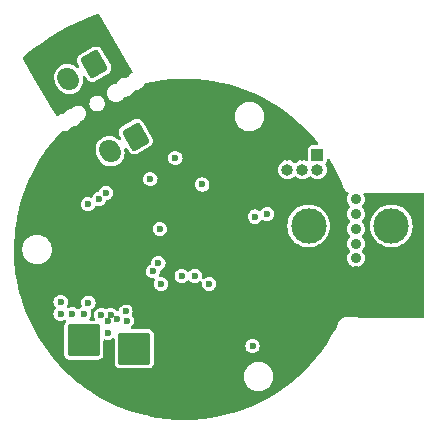
<source format=gbr>
%TF.GenerationSoftware,KiCad,Pcbnew,8.0.2*%
%TF.CreationDate,2024-10-23T20:02:11+03:00*%
%TF.ProjectId,PowerServo AE 36V 3.6A 30D,506f7765-7253-4657-9276-6f2041452033,rev?*%
%TF.SameCoordinates,Original*%
%TF.FileFunction,Copper,L2,Inr*%
%TF.FilePolarity,Positive*%
%FSLAX46Y46*%
G04 Gerber Fmt 4.6, Leading zero omitted, Abs format (unit mm)*
G04 Created by KiCad (PCBNEW 8.0.2) date 2024-10-23 20:02:11*
%MOMM*%
%LPD*%
G01*
G04 APERTURE LIST*
G04 Aperture macros list*
%AMRoundRect*
0 Rectangle with rounded corners*
0 $1 Rounding radius*
0 $2 $3 $4 $5 $6 $7 $8 $9 X,Y pos of 4 corners*
0 Add a 4 corners polygon primitive as box body*
4,1,4,$2,$3,$4,$5,$6,$7,$8,$9,$2,$3,0*
0 Add four circle primitives for the rounded corners*
1,1,$1+$1,$2,$3*
1,1,$1+$1,$4,$5*
1,1,$1+$1,$6,$7*
1,1,$1+$1,$8,$9*
0 Add four rect primitives between the rounded corners*
20,1,$1+$1,$2,$3,$4,$5,0*
20,1,$1+$1,$4,$5,$6,$7,0*
20,1,$1+$1,$6,$7,$8,$9,0*
20,1,$1+$1,$8,$9,$2,$3,0*%
%AMHorizOval*
0 Thick line with rounded ends*
0 $1 width*
0 $2 $3 position (X,Y) of the first rounded end (center of the circle)*
0 $4 $5 position (X,Y) of the second rounded end (center of the circle)*
0 Add line between two ends*
20,1,$1,$2,$3,$4,$5,0*
0 Add two circle primitives to create the rounded ends*
1,1,$1,$2,$3*
1,1,$1,$4,$5*%
G04 Aperture macros list end*
%TA.AperFunction,ComponentPad*%
%ADD10RoundRect,0.250000X-1.125000X-1.125000X1.125000X-1.125000X1.125000X1.125000X-1.125000X1.125000X0*%
%TD*%
%TA.AperFunction,ComponentPad*%
%ADD11R,3.000000X3.000000*%
%TD*%
%TA.AperFunction,ComponentPad*%
%ADD12C,3.000000*%
%TD*%
%TA.AperFunction,ComponentPad*%
%ADD13RoundRect,0.250000X0.144615X0.949519X-0.894615X0.349519X-0.144615X-0.949519X0.894615X-0.349519X0*%
%TD*%
%TA.AperFunction,ComponentPad*%
%ADD14HorizOval,1.700000X-0.075000X0.129904X0.075000X-0.129904X0*%
%TD*%
%TA.AperFunction,ComponentPad*%
%ADD15R,1.000000X1.000000*%
%TD*%
%TA.AperFunction,ComponentPad*%
%ADD16O,1.000000X1.000000*%
%TD*%
%TA.AperFunction,HeatsinkPad*%
%ADD17C,0.500000*%
%TD*%
%TA.AperFunction,ViaPad*%
%ADD18C,0.600000*%
%TD*%
%TA.AperFunction,ViaPad*%
%ADD19C,0.900000*%
%TD*%
G04 APERTURE END LIST*
D10*
%TO.N,Net-(IC1-OUT1)*%
%TO.C,J2*%
X89250000Y-81150000D03*
%TD*%
D11*
%TO.N,GND*%
%TO.C,J5*%
X110999999Y-75750000D03*
D12*
%TO.N,+12V*%
X110999999Y-70750000D03*
%TD*%
D13*
%TO.N,CAN_H*%
%TO.C,J6*%
X85832923Y-57063277D03*
D14*
%TO.N,CAN_L*%
X83667860Y-58313278D03*
%TD*%
D10*
%TO.N,Net-(IC1-OUT2)*%
%TO.C,J7*%
X84950000Y-80450000D03*
%TD*%
D13*
%TO.N,CAN_H*%
%TO.C,J1*%
X89354915Y-63188669D03*
D14*
%TO.N,CAN_L*%
X87189852Y-64438670D03*
%TD*%
D11*
%TO.N,GND*%
%TO.C,J4*%
X104000000Y-75750000D03*
D12*
%TO.N,+12V*%
X104000000Y-70750000D03*
%TD*%
D15*
%TO.N,+3V3*%
%TO.C,J3*%
X104750000Y-64729999D03*
D16*
%TO.N,SWDIO*%
X104750000Y-66000000D03*
%TO.N,GND*%
X103479999Y-64729999D03*
%TO.N,SWCLK*%
X103480002Y-65999998D03*
%TO.N,GND*%
X102209996Y-64729996D03*
%TO.N,NRST*%
X102210000Y-66000000D03*
%TD*%
D17*
%TO.N,GND*%
%TO.C,U2*%
X95612500Y-84200002D03*
X95612500Y-85300000D03*
%TD*%
%TO.N,GND*%
%TO.C,U1*%
X103175003Y-80250000D03*
X103175001Y-81280000D03*
X103175001Y-79219999D03*
%TD*%
D18*
%TO.N,GND*%
X113150000Y-77250000D03*
X113150000Y-76450000D03*
X113150000Y-75650000D03*
X113150000Y-74850000D03*
X103550000Y-78050000D03*
X102750000Y-82850000D03*
X102750000Y-78050000D03*
X102750000Y-62850000D03*
X101950000Y-83650000D03*
X101950000Y-82850000D03*
X101950000Y-78050000D03*
X101950000Y-62850000D03*
X101950000Y-62050000D03*
X101150000Y-62850000D03*
X101150000Y-62050000D03*
X101150000Y-61250000D03*
X98750000Y-85250000D03*
X97950000Y-59650000D03*
X97150000Y-62050000D03*
X97150000Y-61250000D03*
X97150000Y-60450000D03*
X97150000Y-59650000D03*
X96350000Y-61250000D03*
X96350000Y-60450000D03*
X96350000Y-59650000D03*
X95550000Y-61250000D03*
X95550000Y-60450000D03*
X95550000Y-59650000D03*
X94750000Y-61250000D03*
X94750000Y-60450000D03*
X94750000Y-59650000D03*
X93950000Y-60450000D03*
X93950000Y-59650000D03*
X93150000Y-86050000D03*
X93150000Y-59650000D03*
X92350000Y-86050000D03*
X92350000Y-59650000D03*
X91550000Y-86050000D03*
X91550000Y-59650000D03*
X90750000Y-86050000D03*
X90750000Y-60450000D03*
X90750000Y-59650000D03*
X89950000Y-86050000D03*
X89950000Y-60450000D03*
X89150000Y-60450000D03*
X87550000Y-85250000D03*
X87550000Y-56450000D03*
X86750000Y-66050000D03*
X86750000Y-54850000D03*
X85950000Y-66050000D03*
X85950000Y-54850000D03*
X85950000Y-54050000D03*
X85150000Y-66850000D03*
X85150000Y-66050000D03*
X85150000Y-65250000D03*
X85150000Y-64450000D03*
X85150000Y-63650000D03*
X85150000Y-62850000D03*
X85150000Y-54850000D03*
X85150000Y-54050000D03*
X84350000Y-66850000D03*
X84350000Y-66050000D03*
X84350000Y-65250000D03*
X84350000Y-64450000D03*
X84350000Y-63650000D03*
X84350000Y-55650000D03*
X84350000Y-54850000D03*
X83550000Y-66850000D03*
X83550000Y-66050000D03*
X83550000Y-65250000D03*
X83550000Y-64450000D03*
X83550000Y-63650000D03*
X83550000Y-56450000D03*
X83550000Y-55650000D03*
X83550000Y-54850000D03*
X82750000Y-67650000D03*
X82750000Y-66850000D03*
X82750000Y-66050000D03*
X82750000Y-65250000D03*
X82750000Y-64450000D03*
X82750000Y-60450000D03*
X82750000Y-56450000D03*
X82750000Y-55650000D03*
X81950000Y-68450000D03*
X81950000Y-67650000D03*
X81950000Y-66850000D03*
X81950000Y-66050000D03*
X81950000Y-65250000D03*
X81950000Y-58850000D03*
X81950000Y-58050000D03*
X81950000Y-57250000D03*
X81950000Y-56450000D03*
X81950000Y-55650000D03*
X81150000Y-69250000D03*
X81150000Y-68450000D03*
X81150000Y-67650000D03*
X81150000Y-66850000D03*
X81150000Y-57250000D03*
X81150000Y-56450000D03*
X80350000Y-69250000D03*
X80350000Y-68450000D03*
X86750000Y-72750000D03*
X81000000Y-75000000D03*
X93500000Y-72750000D03*
X93750000Y-83000000D03*
X85250000Y-73250000D03*
X81500000Y-71000000D03*
X80500000Y-74500000D03*
X95600000Y-70200000D03*
X84750000Y-71750000D03*
X86001524Y-84747615D03*
X88875000Y-68625000D03*
X90500000Y-84000000D03*
X106400000Y-67000000D03*
X80000000Y-75000000D03*
D19*
X108000000Y-77000000D03*
D18*
X92500000Y-82750000D03*
X93000000Y-72250000D03*
X98513712Y-65873000D03*
X93000000Y-73250000D03*
X93600000Y-70200000D03*
X88025000Y-77350000D03*
X80800000Y-78750000D03*
D19*
X108000000Y-75750000D03*
D18*
X105250000Y-78250000D03*
X86750000Y-73750000D03*
X84750000Y-72750000D03*
X85750000Y-73750000D03*
X81500000Y-74500000D03*
X84750000Y-83800000D03*
X95750000Y-78250000D03*
X80000000Y-71000000D03*
X85750000Y-72750000D03*
X97916644Y-64566644D03*
X86250000Y-72250000D03*
X85250000Y-72250000D03*
X80500000Y-75500000D03*
X91600000Y-70000000D03*
X86250000Y-73250000D03*
X97210000Y-69170000D03*
X94000000Y-72250000D03*
X94600000Y-70200000D03*
X87250000Y-72250000D03*
X101681644Y-68181644D03*
D19*
X108000000Y-74600003D03*
D18*
X87250000Y-73250000D03*
D19*
X108000000Y-78000000D03*
D18*
X94000000Y-73250000D03*
X100127000Y-79250000D03*
X89750000Y-66500000D03*
X90750000Y-65750000D03*
X84750000Y-73750000D03*
%TO.N,+3V3*%
X86841562Y-67961430D03*
X91400000Y-71000000D03*
X92717111Y-65008888D03*
D19*
%TO.N,+12V*%
X108000000Y-72250000D03*
X108000000Y-73500000D03*
X108000000Y-68500000D03*
X108000000Y-71000000D03*
X108000000Y-69750000D03*
D18*
%TO.N,RP_RX*%
X95580000Y-75650000D03*
%TO.N,RP_TX*%
X99439193Y-69969597D03*
%TO.N,ISEN*%
X88500000Y-78000000D03*
X85350000Y-77254000D03*
%TO.N,Net-(IC1-OUT2)*%
X83000000Y-78200000D03*
X85000000Y-78200000D03*
X84000000Y-78200000D03*
X83000000Y-77200000D03*
%TO.N,Net-(IC1-OUT1)*%
X86450000Y-78300000D03*
X88600000Y-78800000D03*
X87800000Y-78600000D03*
X87000000Y-78800000D03*
X87225000Y-78300000D03*
X87000000Y-79800000D03*
%TO.N,MOSI*%
X91518759Y-75675000D03*
%TO.N,+5V*%
X99250000Y-80950000D03*
X100500000Y-69750000D03*
%TO.N,CAN_SILENT*%
X95000000Y-67250000D03*
%TO.N,NRST*%
X90600000Y-66798307D03*
X90800000Y-74600000D03*
%TO.N,DRV_IN2*%
X85325000Y-68925000D03*
%TO.N,MISO*%
X93250000Y-75000000D03*
%TO.N,MAG_CS*%
X94368144Y-74995144D03*
%TO.N,SCK*%
X91278070Y-73921235D03*
%TO.N,DRV_IN1*%
X86250000Y-68500000D03*
%TD*%
%TA.AperFunction,Conductor*%
%TO.N,GND*%
G36*
X86261880Y-52827386D02*
G01*
X86280409Y-52851640D01*
X89075223Y-57632700D01*
X89078538Y-57638370D01*
X89095377Y-57706180D01*
X89072881Y-57772330D01*
X89022892Y-57812079D01*
X89023481Y-57813301D01*
X89017210Y-57816320D01*
X88873327Y-57906728D01*
X88753175Y-58026880D01*
X88753173Y-58026883D01*
X88679567Y-58144025D01*
X88627232Y-58190316D01*
X88560692Y-58201272D01*
X88500000Y-58194435D01*
X88499998Y-58194435D01*
X88499996Y-58194435D01*
X88320750Y-58214630D01*
X88320745Y-58214631D01*
X88150476Y-58274211D01*
X87997737Y-58370184D01*
X87870184Y-58497737D01*
X87774212Y-58650475D01*
X87774211Y-58650478D01*
X87771536Y-58658122D01*
X87730812Y-58714897D01*
X87668380Y-58740383D01*
X87521392Y-58756944D01*
X87360294Y-58813314D01*
X87215782Y-58904117D01*
X87095101Y-59024798D01*
X87004298Y-59169310D01*
X86947928Y-59330408D01*
X86928821Y-59499996D01*
X86928821Y-59500003D01*
X86947928Y-59669591D01*
X87004298Y-59830689D01*
X87022920Y-59860326D01*
X87095101Y-59975201D01*
X87215783Y-60095883D01*
X87360294Y-60186685D01*
X87521387Y-60243054D01*
X87521390Y-60243054D01*
X87521392Y-60243055D01*
X87690980Y-60262163D01*
X87690984Y-60262163D01*
X87690988Y-60262163D01*
X87860575Y-60243055D01*
X87860576Y-60243054D01*
X87860581Y-60243054D01*
X88021674Y-60186685D01*
X88166185Y-60095883D01*
X88286867Y-59975201D01*
X88359048Y-59860324D01*
X88411381Y-59814034D01*
X88477924Y-59803077D01*
X88500000Y-59805565D01*
X88620351Y-59792004D01*
X88679249Y-59785369D01*
X88679252Y-59785368D01*
X88679255Y-59785368D01*
X88849522Y-59725789D01*
X89002262Y-59629816D01*
X89129816Y-59502262D01*
X89225789Y-59349522D01*
X89228465Y-59341871D01*
X89269185Y-59285096D01*
X89334137Y-59259347D01*
X89345508Y-59258824D01*
X89346451Y-59258824D01*
X89515292Y-59239800D01*
X89515291Y-59239800D01*
X89515301Y-59239799D01*
X89675688Y-59183677D01*
X89675687Y-59183677D01*
X89675691Y-59183676D01*
X89819560Y-59093276D01*
X89819561Y-59093275D01*
X89819566Y-59093272D01*
X89939719Y-58973119D01*
X89939723Y-58973113D01*
X90030123Y-58829244D01*
X90053455Y-58762564D01*
X90094176Y-58705788D01*
X90144517Y-58682270D01*
X90832923Y-58534789D01*
X90839182Y-58533616D01*
X91569685Y-58416144D01*
X91575975Y-58415298D01*
X92311627Y-58335655D01*
X92317928Y-58335137D01*
X93056660Y-58293549D01*
X93063040Y-58293355D01*
X93802955Y-58289925D01*
X93809293Y-58290060D01*
X94548383Y-58324799D01*
X94554720Y-58325261D01*
X95291047Y-58398077D01*
X95297356Y-58398866D01*
X95905136Y-58490832D01*
X96028911Y-58509561D01*
X96035210Y-58510681D01*
X96141036Y-58532328D01*
X96760085Y-58658961D01*
X96766271Y-58660393D01*
X97482567Y-58845875D01*
X97488681Y-58847628D01*
X98194444Y-59069806D01*
X98200447Y-59071867D01*
X98893818Y-59330154D01*
X98899743Y-59332538D01*
X99578814Y-59626223D01*
X99584618Y-59628913D01*
X100247655Y-59957242D01*
X100253305Y-59960223D01*
X100898540Y-60322324D01*
X100904003Y-60325578D01*
X101385809Y-60629662D01*
X101529705Y-60720480D01*
X101535026Y-60724034D01*
X101732893Y-60863687D01*
X102108953Y-61129107D01*
X102139498Y-61150665D01*
X102144623Y-61154484D01*
X102262270Y-61246966D01*
X102726287Y-61611727D01*
X102731213Y-61615809D01*
X103288522Y-62102449D01*
X103293231Y-62106780D01*
X103824695Y-62621517D01*
X103829170Y-62626080D01*
X104333385Y-63167553D01*
X104337614Y-63172337D01*
X104802060Y-63725789D01*
X104830076Y-63789796D01*
X104819039Y-63858788D01*
X104772455Y-63910862D01*
X104707074Y-63929499D01*
X104205143Y-63929499D01*
X104205117Y-63929501D01*
X104180012Y-63932412D01*
X104180008Y-63932414D01*
X104077235Y-63977792D01*
X103997794Y-64057233D01*
X103952415Y-64160005D01*
X103952415Y-64160007D01*
X103949500Y-64185130D01*
X103949500Y-65141428D01*
X103929815Y-65208467D01*
X103877011Y-65254222D01*
X103807853Y-65264166D01*
X103784546Y-65258470D01*
X103659259Y-65214630D01*
X103659251Y-65214628D01*
X103480006Y-65194433D01*
X103479998Y-65194433D01*
X103300752Y-65214628D01*
X103300747Y-65214629D01*
X103130478Y-65274209D01*
X102977739Y-65370182D01*
X102977738Y-65370183D01*
X102932678Y-65415242D01*
X102871355Y-65448726D01*
X102801663Y-65443740D01*
X102757318Y-65415240D01*
X102712262Y-65370184D01*
X102559523Y-65274211D01*
X102389254Y-65214631D01*
X102389249Y-65214630D01*
X102210004Y-65194435D01*
X102209996Y-65194435D01*
X102030750Y-65214630D01*
X102030745Y-65214631D01*
X101860476Y-65274211D01*
X101707737Y-65370184D01*
X101580184Y-65497737D01*
X101484211Y-65650476D01*
X101424631Y-65820745D01*
X101424630Y-65820750D01*
X101404435Y-65999996D01*
X101404435Y-66000003D01*
X101424630Y-66179249D01*
X101424631Y-66179254D01*
X101484211Y-66349523D01*
X101574998Y-66494009D01*
X101580184Y-66502262D01*
X101707738Y-66629816D01*
X101763663Y-66664956D01*
X101860474Y-66725787D01*
X101860478Y-66725789D01*
X102030739Y-66785366D01*
X102030745Y-66785368D01*
X102030750Y-66785369D01*
X102209996Y-66805565D01*
X102210000Y-66805565D01*
X102210004Y-66805565D01*
X102389249Y-66785369D01*
X102389252Y-66785368D01*
X102389255Y-66785368D01*
X102559522Y-66725789D01*
X102712262Y-66629816D01*
X102757321Y-66584757D01*
X102818644Y-66551272D01*
X102888336Y-66556256D01*
X102932683Y-66584757D01*
X102977740Y-66629814D01*
X103130480Y-66725787D01*
X103300747Y-66785366D01*
X103300752Y-66785367D01*
X103479998Y-66805563D01*
X103480002Y-66805563D01*
X103480006Y-66805563D01*
X103659251Y-66785367D01*
X103659254Y-66785366D01*
X103659257Y-66785366D01*
X103829524Y-66725787D01*
X103982264Y-66629814D01*
X104027319Y-66584758D01*
X104088640Y-66551274D01*
X104158331Y-66556258D01*
X104202679Y-66584758D01*
X104247735Y-66629813D01*
X104247738Y-66629816D01*
X104303663Y-66664956D01*
X104400474Y-66725787D01*
X104400478Y-66725789D01*
X104570739Y-66785366D01*
X104570745Y-66785368D01*
X104570750Y-66785369D01*
X104749996Y-66805565D01*
X104750000Y-66805565D01*
X104750004Y-66805565D01*
X104929249Y-66785369D01*
X104929252Y-66785368D01*
X104929255Y-66785368D01*
X105099522Y-66725789D01*
X105252262Y-66629816D01*
X105379816Y-66502262D01*
X105475789Y-66349522D01*
X105535368Y-66179255D01*
X105555565Y-66000000D01*
X105535368Y-65820745D01*
X105475789Y-65650478D01*
X105453226Y-65614570D01*
X105443006Y-65598304D01*
X105424006Y-65531068D01*
X105444374Y-65464232D01*
X105460319Y-65444651D01*
X105467801Y-65437169D01*
X105502206Y-65402764D01*
X105547585Y-65299990D01*
X105550500Y-65274864D01*
X105550499Y-65180720D01*
X105570183Y-65113684D01*
X105622986Y-65067928D01*
X105692145Y-65057984D01*
X105755701Y-65087008D01*
X105780639Y-65116611D01*
X105929446Y-65362972D01*
X106062214Y-65582779D01*
X106067330Y-65591248D01*
X106070492Y-65596802D01*
X106143048Y-65732253D01*
X106419858Y-66249019D01*
X106422732Y-66254735D01*
X106737978Y-66924072D01*
X106740554Y-66929929D01*
X107011450Y-67591662D01*
X107016469Y-67606546D01*
X107023607Y-67633188D01*
X107023608Y-67633189D01*
X107031388Y-67646664D01*
X107039931Y-67664660D01*
X107045454Y-67679211D01*
X107045455Y-67679213D01*
X107065531Y-67707064D01*
X107072329Y-67717574D01*
X107089498Y-67747312D01*
X107089500Y-67747315D01*
X107100500Y-67758315D01*
X107113405Y-67773482D01*
X107122512Y-67786115D01*
X107145249Y-67804669D01*
X107149116Y-67807824D01*
X107158392Y-67816207D01*
X107182685Y-67840500D01*
X107196164Y-67848282D01*
X107212558Y-67859594D01*
X107224616Y-67869434D01*
X107255932Y-67883518D01*
X107267058Y-67889213D01*
X107296813Y-67906392D01*
X107296940Y-67906426D01*
X107296984Y-67906438D01*
X107297112Y-67906516D01*
X107304325Y-67909504D01*
X107303859Y-67910628D01*
X107356646Y-67942801D01*
X107387177Y-68005647D01*
X107378885Y-68075023D01*
X107369889Y-68092186D01*
X107319545Y-68172307D01*
X107263685Y-68331943D01*
X107244751Y-68499997D01*
X107244751Y-68500002D01*
X107263685Y-68668056D01*
X107319545Y-68827694D01*
X107319547Y-68827697D01*
X107409518Y-68970884D01*
X107409523Y-68970890D01*
X107475952Y-69037319D01*
X107509437Y-69098642D01*
X107504453Y-69168334D01*
X107475952Y-69212681D01*
X107409523Y-69279109D01*
X107409518Y-69279115D01*
X107319547Y-69422302D01*
X107319545Y-69422305D01*
X107263685Y-69581943D01*
X107244751Y-69749997D01*
X107244751Y-69750002D01*
X107263685Y-69918056D01*
X107319545Y-70077694D01*
X107319547Y-70077697D01*
X107409518Y-70220884D01*
X107409523Y-70220890D01*
X107475952Y-70287319D01*
X107509437Y-70348642D01*
X107504453Y-70418334D01*
X107475952Y-70462681D01*
X107409523Y-70529109D01*
X107409518Y-70529115D01*
X107319547Y-70672302D01*
X107319545Y-70672305D01*
X107263685Y-70831943D01*
X107244751Y-70999997D01*
X107244751Y-71000002D01*
X107263685Y-71168056D01*
X107319545Y-71327694D01*
X107319547Y-71327697D01*
X107409518Y-71470884D01*
X107409523Y-71470890D01*
X107475952Y-71537319D01*
X107509437Y-71598642D01*
X107504453Y-71668334D01*
X107475952Y-71712681D01*
X107409523Y-71779109D01*
X107409518Y-71779115D01*
X107319547Y-71922302D01*
X107319545Y-71922305D01*
X107263685Y-72081943D01*
X107244751Y-72249997D01*
X107244751Y-72250002D01*
X107263685Y-72418056D01*
X107319545Y-72577694D01*
X107319547Y-72577697D01*
X107409518Y-72720884D01*
X107409523Y-72720890D01*
X107475952Y-72787319D01*
X107509437Y-72848642D01*
X107504453Y-72918334D01*
X107475952Y-72962681D01*
X107409523Y-73029109D01*
X107409518Y-73029115D01*
X107319547Y-73172302D01*
X107319545Y-73172305D01*
X107263685Y-73331943D01*
X107244751Y-73499997D01*
X107244751Y-73500002D01*
X107263685Y-73668056D01*
X107319545Y-73827694D01*
X107319547Y-73827697D01*
X107409518Y-73970884D01*
X107409523Y-73970890D01*
X107529109Y-74090476D01*
X107529115Y-74090481D01*
X107672302Y-74180452D01*
X107672305Y-74180454D01*
X107672309Y-74180455D01*
X107672310Y-74180456D01*
X107744913Y-74205860D01*
X107831943Y-74236314D01*
X107999997Y-74255249D01*
X108000000Y-74255249D01*
X108000003Y-74255249D01*
X108168056Y-74236314D01*
X108168059Y-74236313D01*
X108327690Y-74180456D01*
X108327692Y-74180454D01*
X108327694Y-74180454D01*
X108327697Y-74180452D01*
X108470884Y-74090481D01*
X108470885Y-74090480D01*
X108470890Y-74090477D01*
X108590477Y-73970890D01*
X108616615Y-73929292D01*
X108680452Y-73827697D01*
X108680454Y-73827694D01*
X108680454Y-73827692D01*
X108680456Y-73827690D01*
X108736313Y-73668059D01*
X108736313Y-73668058D01*
X108736314Y-73668056D01*
X108755249Y-73500002D01*
X108755249Y-73499997D01*
X108736314Y-73331943D01*
X108680454Y-73172305D01*
X108680452Y-73172302D01*
X108590481Y-73029115D01*
X108590476Y-73029109D01*
X108524048Y-72962681D01*
X108490563Y-72901358D01*
X108495547Y-72831666D01*
X108524048Y-72787319D01*
X108590477Y-72720890D01*
X108634026Y-72651583D01*
X108680452Y-72577697D01*
X108680454Y-72577694D01*
X108680454Y-72577692D01*
X108680456Y-72577690D01*
X108736313Y-72418059D01*
X108736313Y-72418058D01*
X108736314Y-72418056D01*
X108755249Y-72250002D01*
X108755249Y-72249997D01*
X108736314Y-72081943D01*
X108685020Y-71935354D01*
X108680456Y-71922310D01*
X108680455Y-71922309D01*
X108680454Y-71922305D01*
X108680452Y-71922302D01*
X108590481Y-71779115D01*
X108590476Y-71779109D01*
X108524048Y-71712681D01*
X108490563Y-71651358D01*
X108495547Y-71581666D01*
X108524048Y-71537319D01*
X108536831Y-71524536D01*
X108590477Y-71470890D01*
X108680452Y-71327697D01*
X108680454Y-71327694D01*
X108680454Y-71327692D01*
X108680456Y-71327690D01*
X108736313Y-71168059D01*
X108736313Y-71168058D01*
X108736314Y-71168056D01*
X108755249Y-71000002D01*
X108755249Y-70999997D01*
X108736314Y-70831943D01*
X108707639Y-70749995D01*
X109194450Y-70749995D01*
X109194450Y-70750004D01*
X109214615Y-71019101D01*
X109274663Y-71282188D01*
X109274665Y-71282195D01*
X109372733Y-71532067D01*
X109373256Y-71533398D01*
X109508184Y-71767102D01*
X109631952Y-71922302D01*
X109676441Y-71978089D01*
X109788368Y-72081941D01*
X109874258Y-72161635D01*
X110097225Y-72313651D01*
X110340358Y-72430738D01*
X110598227Y-72510280D01*
X110598228Y-72510280D01*
X110598231Y-72510281D01*
X110865062Y-72550499D01*
X110865067Y-72550499D01*
X110865070Y-72550500D01*
X110865071Y-72550500D01*
X111134927Y-72550500D01*
X111134928Y-72550500D01*
X111134935Y-72550499D01*
X111401766Y-72510281D01*
X111401767Y-72510280D01*
X111401771Y-72510280D01*
X111659640Y-72430738D01*
X111902774Y-72313651D01*
X112125740Y-72161635D01*
X112323560Y-71978085D01*
X112491814Y-71767102D01*
X112626742Y-71533398D01*
X112725333Y-71282195D01*
X112785382Y-71019103D01*
X112798561Y-70843237D01*
X112805548Y-70750004D01*
X112805548Y-70749995D01*
X112785382Y-70480898D01*
X112784142Y-70475464D01*
X112725333Y-70217805D01*
X112626742Y-69966602D01*
X112491814Y-69732898D01*
X112323560Y-69521915D01*
X112323559Y-69521914D01*
X112323556Y-69521910D01*
X112125740Y-69338365D01*
X112038829Y-69279110D01*
X111902774Y-69186349D01*
X111902768Y-69186346D01*
X111902767Y-69186345D01*
X111902766Y-69186344D01*
X111659642Y-69069263D01*
X111659644Y-69069263D01*
X111401772Y-68989720D01*
X111401766Y-68989718D01*
X111134935Y-68949500D01*
X111134928Y-68949500D01*
X110865070Y-68949500D01*
X110865062Y-68949500D01*
X110598231Y-68989718D01*
X110598225Y-68989720D01*
X110340357Y-69069262D01*
X110097229Y-69186346D01*
X109874257Y-69338365D01*
X109676441Y-69521910D01*
X109508184Y-69732898D01*
X109373257Y-69966599D01*
X109373255Y-69966603D01*
X109274665Y-70217804D01*
X109274663Y-70217811D01*
X109214615Y-70480898D01*
X109194450Y-70749995D01*
X108707639Y-70749995D01*
X108680454Y-70672305D01*
X108680452Y-70672302D01*
X108590481Y-70529115D01*
X108590476Y-70529109D01*
X108524048Y-70462681D01*
X108490563Y-70401358D01*
X108495547Y-70331666D01*
X108524048Y-70287319D01*
X108545378Y-70265989D01*
X108590477Y-70220890D01*
X108592412Y-70217811D01*
X108680452Y-70077697D01*
X108680454Y-70077694D01*
X108680454Y-70077692D01*
X108680456Y-70077690D01*
X108736313Y-69918059D01*
X108736313Y-69918058D01*
X108736314Y-69918056D01*
X108755249Y-69750002D01*
X108755249Y-69749997D01*
X108736314Y-69581943D01*
X108701956Y-69483755D01*
X108680456Y-69422310D01*
X108680455Y-69422309D01*
X108680454Y-69422305D01*
X108680452Y-69422302D01*
X108590481Y-69279115D01*
X108590476Y-69279109D01*
X108524048Y-69212681D01*
X108490563Y-69151358D01*
X108495547Y-69081666D01*
X108524048Y-69037319D01*
X108536831Y-69024536D01*
X108590477Y-68970890D01*
X108590481Y-68970884D01*
X108680452Y-68827697D01*
X108680454Y-68827694D01*
X108680454Y-68827692D01*
X108680456Y-68827690D01*
X108736313Y-68668059D01*
X108736313Y-68668058D01*
X108736314Y-68668056D01*
X108755249Y-68500002D01*
X108755249Y-68499997D01*
X108736314Y-68331943D01*
X108689151Y-68197159D01*
X108680456Y-68172310D01*
X108680454Y-68172307D01*
X108680454Y-68172306D01*
X108654168Y-68130473D01*
X108635167Y-68063237D01*
X108655534Y-67996401D01*
X108708801Y-67951187D01*
X108759161Y-67940500D01*
X113664961Y-67940500D01*
X113732000Y-67960185D01*
X113777755Y-68012989D01*
X113788961Y-68064607D01*
X113780107Y-78336029D01*
X113780038Y-78415607D01*
X113760296Y-78482629D01*
X113707452Y-78528339D01*
X113656038Y-78539500D01*
X109205458Y-78539500D01*
X109203289Y-78539481D01*
X107135820Y-78503316D01*
X107117045Y-78501553D01*
X107099047Y-78498468D01*
X107099036Y-78498468D01*
X107067519Y-78501378D01*
X107053953Y-78501884D01*
X107022320Y-78501331D01*
X107022314Y-78501331D01*
X107004586Y-78505750D01*
X106986006Y-78508904D01*
X106967819Y-78510584D01*
X106967811Y-78510585D01*
X106938126Y-78521552D01*
X106925154Y-78525552D01*
X106894446Y-78533207D01*
X106894441Y-78533210D01*
X106878465Y-78542064D01*
X106861336Y-78549920D01*
X106844196Y-78556253D01*
X106844195Y-78556253D01*
X106818354Y-78574532D01*
X106806865Y-78581749D01*
X106779183Y-78597093D01*
X106766041Y-78609783D01*
X106751528Y-78621804D01*
X106736610Y-78632357D01*
X106716380Y-78656702D01*
X106707151Y-78666646D01*
X106684380Y-78688635D01*
X106684377Y-78688639D01*
X106674970Y-78704294D01*
X106664062Y-78719665D01*
X106652386Y-78733717D01*
X106652383Y-78733721D01*
X106639142Y-78762474D01*
X106632802Y-78774468D01*
X106616503Y-78801592D01*
X106613450Y-78812239D01*
X106605509Y-78832810D01*
X106296034Y-79461550D01*
X106293052Y-79467233D01*
X105931718Y-80114493D01*
X105928447Y-80120013D01*
X105534096Y-80747744D01*
X105530543Y-80753087D01*
X105104256Y-81359567D01*
X105100431Y-81364719D01*
X104643362Y-81948307D01*
X104639277Y-81953255D01*
X104152598Y-82512457D01*
X104148261Y-82517187D01*
X103633325Y-83050442D01*
X103628750Y-83054941D01*
X103086907Y-83560856D01*
X103082105Y-83565112D01*
X102514821Y-84042316D01*
X102509805Y-84046318D01*
X101918611Y-84493525D01*
X101913395Y-84497263D01*
X101299831Y-84913306D01*
X101294429Y-84916768D01*
X100660192Y-85300499D01*
X100654618Y-85303678D01*
X100001343Y-85654105D01*
X99995612Y-85656990D01*
X99325125Y-85973135D01*
X99319252Y-85975721D01*
X98633282Y-86256768D01*
X98627284Y-86259046D01*
X97927701Y-86504230D01*
X97921592Y-86506195D01*
X97210260Y-86714862D01*
X97204058Y-86716508D01*
X96482905Y-86888093D01*
X96476626Y-86889417D01*
X95747520Y-87023474D01*
X95741182Y-87024470D01*
X95006162Y-87120625D01*
X94999780Y-87121293D01*
X94260731Y-87179300D01*
X94254323Y-87179636D01*
X93513300Y-87199332D01*
X93506883Y-87199337D01*
X92765794Y-87180674D01*
X92759386Y-87180346D01*
X92020296Y-87123373D01*
X92013913Y-87122715D01*
X91278726Y-87027582D01*
X91272386Y-87026594D01*
X90543113Y-86893557D01*
X90536832Y-86892242D01*
X89815440Y-86721664D01*
X89809236Y-86720027D01*
X89097594Y-86512348D01*
X89091483Y-86510391D01*
X88391570Y-86266189D01*
X88385575Y-86263921D01*
X88206082Y-86190674D01*
X87699218Y-85983832D01*
X87693342Y-85981255D01*
X87022389Y-85666035D01*
X87016654Y-85663157D01*
X86999722Y-85654105D01*
X86362926Y-85313661D01*
X86357350Y-85310493D01*
X85722543Y-84927627D01*
X85717143Y-84924175D01*
X85103000Y-84508987D01*
X85097779Y-84505257D01*
X84633941Y-84155405D01*
X84505945Y-84058863D01*
X84500972Y-84054907D01*
X83932988Y-83578467D01*
X83928192Y-83574227D01*
X83742763Y-83401577D01*
X98499500Y-83401577D01*
X98499500Y-83598422D01*
X98530290Y-83792826D01*
X98591117Y-83980029D01*
X98656651Y-84108646D01*
X98680476Y-84155405D01*
X98796172Y-84314646D01*
X98935354Y-84453828D01*
X99094595Y-84569524D01*
X99177455Y-84611743D01*
X99269970Y-84658882D01*
X99269972Y-84658882D01*
X99269975Y-84658884D01*
X99370317Y-84691487D01*
X99457173Y-84719709D01*
X99651578Y-84750500D01*
X99651583Y-84750500D01*
X99848422Y-84750500D01*
X100042826Y-84719709D01*
X100230025Y-84658884D01*
X100405405Y-84569524D01*
X100564646Y-84453828D01*
X100703828Y-84314646D01*
X100819524Y-84155405D01*
X100908884Y-83980025D01*
X100969709Y-83792826D01*
X101000500Y-83598422D01*
X101000500Y-83401577D01*
X100969709Y-83207173D01*
X100908882Y-83019970D01*
X100819523Y-82844594D01*
X100703828Y-82685354D01*
X100564646Y-82546172D01*
X100405405Y-82430476D01*
X100358469Y-82406561D01*
X100230029Y-82341117D01*
X100042826Y-82280290D01*
X99848422Y-82249500D01*
X99848417Y-82249500D01*
X99651583Y-82249500D01*
X99651578Y-82249500D01*
X99457173Y-82280290D01*
X99269970Y-82341117D01*
X99094594Y-82430476D01*
X99003741Y-82496485D01*
X98935354Y-82546172D01*
X98935352Y-82546174D01*
X98935351Y-82546174D01*
X98796174Y-82685351D01*
X98796174Y-82685352D01*
X98796172Y-82685354D01*
X98746485Y-82753741D01*
X98680476Y-82844594D01*
X98591117Y-83019970D01*
X98530290Y-83207173D01*
X98499500Y-83401577D01*
X83742763Y-83401577D01*
X83385643Y-83069069D01*
X83381061Y-83064576D01*
X83085507Y-82759360D01*
X82865370Y-82532027D01*
X82861030Y-82527306D01*
X82373584Y-81968800D01*
X82369496Y-81963864D01*
X82359272Y-81950848D01*
X82097910Y-81618096D01*
X81911588Y-81380881D01*
X81907757Y-81375734D01*
X81480641Y-80769875D01*
X81477080Y-80764537D01*
X81237936Y-80385043D01*
X81081843Y-80137341D01*
X81078586Y-80131862D01*
X80716327Y-79485067D01*
X80713343Y-79479400D01*
X80710474Y-79473591D01*
X80385031Y-78814735D01*
X80382357Y-78808950D01*
X80088863Y-78128180D01*
X80086490Y-78122259D01*
X79828606Y-77427220D01*
X79826531Y-77421149D01*
X79806363Y-77356760D01*
X79757262Y-77199998D01*
X82394318Y-77199998D01*
X82394318Y-77200001D01*
X82414955Y-77356760D01*
X82414956Y-77356762D01*
X82475464Y-77502842D01*
X82568826Y-77624514D01*
X82594020Y-77689683D01*
X82579981Y-77758128D01*
X82568826Y-77775486D01*
X82475464Y-77897157D01*
X82414956Y-78043237D01*
X82414955Y-78043239D01*
X82394318Y-78199998D01*
X82394318Y-78200001D01*
X82414955Y-78356760D01*
X82414956Y-78356762D01*
X82475067Y-78501884D01*
X82475464Y-78502841D01*
X82571718Y-78628282D01*
X82697159Y-78724536D01*
X82843238Y-78785044D01*
X82921619Y-78795363D01*
X82999999Y-78805682D01*
X83000000Y-78805682D01*
X83000001Y-78805682D01*
X83052254Y-78798802D01*
X83156762Y-78785044D01*
X83301822Y-78724957D01*
X83371289Y-78717489D01*
X83433768Y-78748764D01*
X83469421Y-78808853D01*
X83466928Y-78878678D01*
X83436958Y-78927196D01*
X83432080Y-78932073D01*
X83340639Y-79052656D01*
X83285122Y-79193438D01*
X83280327Y-79233376D01*
X83274500Y-79281898D01*
X83274500Y-81618102D01*
X83280126Y-81664954D01*
X83285122Y-81706561D01*
X83340639Y-81847343D01*
X83432077Y-81967922D01*
X83552656Y-82059360D01*
X83552657Y-82059360D01*
X83552658Y-82059361D01*
X83693436Y-82114877D01*
X83781898Y-82125500D01*
X83781903Y-82125500D01*
X86118097Y-82125500D01*
X86118102Y-82125500D01*
X86206564Y-82114877D01*
X86347342Y-82059361D01*
X86467922Y-81967922D01*
X86559361Y-81847342D01*
X86614877Y-81706564D01*
X86625500Y-81618102D01*
X86625500Y-80480432D01*
X86645185Y-80413393D01*
X86697989Y-80367638D01*
X86767147Y-80357694D01*
X86796950Y-80365871D01*
X86843238Y-80385044D01*
X86921619Y-80395363D01*
X86999999Y-80405682D01*
X87000000Y-80405682D01*
X87000001Y-80405682D01*
X87052254Y-80398802D01*
X87156762Y-80385044D01*
X87302841Y-80324536D01*
X87375014Y-80269155D01*
X87440182Y-80243961D01*
X87508627Y-80257999D01*
X87558617Y-80306812D01*
X87574500Y-80367531D01*
X87574500Y-82318102D01*
X87577264Y-82341116D01*
X87585122Y-82406561D01*
X87640639Y-82547343D01*
X87732077Y-82667922D01*
X87852656Y-82759360D01*
X87852657Y-82759360D01*
X87852658Y-82759361D01*
X87993436Y-82814877D01*
X88081898Y-82825500D01*
X88081903Y-82825500D01*
X90418097Y-82825500D01*
X90418102Y-82825500D01*
X90506564Y-82814877D01*
X90647342Y-82759361D01*
X90767922Y-82667922D01*
X90859361Y-82547342D01*
X90914877Y-82406564D01*
X90925500Y-82318102D01*
X90925500Y-80949998D01*
X98644318Y-80949998D01*
X98644318Y-80950001D01*
X98664955Y-81106760D01*
X98664956Y-81106762D01*
X98725464Y-81252841D01*
X98821718Y-81378282D01*
X98947159Y-81474536D01*
X99093238Y-81535044D01*
X99171619Y-81545363D01*
X99249999Y-81555682D01*
X99250000Y-81555682D01*
X99250001Y-81555682D01*
X99302254Y-81548802D01*
X99406762Y-81535044D01*
X99552841Y-81474536D01*
X99678282Y-81378282D01*
X99774536Y-81252841D01*
X99835044Y-81106762D01*
X99855682Y-80950000D01*
X99835044Y-80793238D01*
X99774536Y-80647159D01*
X99678282Y-80521718D01*
X99552841Y-80425464D01*
X99406762Y-80364956D01*
X99406760Y-80364955D01*
X99250001Y-80344318D01*
X99249999Y-80344318D01*
X99093239Y-80364955D01*
X99093237Y-80364956D01*
X98947160Y-80425463D01*
X98821718Y-80521718D01*
X98725463Y-80647160D01*
X98664956Y-80793237D01*
X98664955Y-80793239D01*
X98644318Y-80949998D01*
X90925500Y-80949998D01*
X90925500Y-79981898D01*
X90914877Y-79893436D01*
X90859361Y-79752658D01*
X90859360Y-79752657D01*
X90859360Y-79752656D01*
X90767922Y-79632077D01*
X90647343Y-79540639D01*
X90506561Y-79485122D01*
X90458906Y-79479400D01*
X90418102Y-79474500D01*
X89072696Y-79474500D01*
X89005657Y-79454815D01*
X88959902Y-79402011D01*
X88949958Y-79332853D01*
X88978983Y-79269297D01*
X88997210Y-79252124D01*
X89010572Y-79241871D01*
X89028282Y-79228282D01*
X89124536Y-79102841D01*
X89185044Y-78956762D01*
X89202670Y-78822880D01*
X89205682Y-78800001D01*
X89205682Y-78799998D01*
X89187505Y-78661929D01*
X89185044Y-78643238D01*
X89124536Y-78497159D01*
X89124535Y-78497158D01*
X89124535Y-78497157D01*
X89050903Y-78401198D01*
X89025709Y-78336029D01*
X89034718Y-78278259D01*
X89085044Y-78156762D01*
X89105682Y-78000000D01*
X89101077Y-77965024D01*
X89085044Y-77843239D01*
X89085044Y-77843238D01*
X89024536Y-77697159D01*
X88928282Y-77571718D01*
X88802841Y-77475464D01*
X88656762Y-77414956D01*
X88656760Y-77414955D01*
X88500001Y-77394318D01*
X88499999Y-77394318D01*
X88343239Y-77414955D01*
X88343237Y-77414956D01*
X88197160Y-77475463D01*
X88071718Y-77571718D01*
X87975463Y-77697160D01*
X87914956Y-77843237D01*
X87914956Y-77843238D01*
X87912509Y-77861826D01*
X87884242Y-77925722D01*
X87825918Y-77964193D01*
X87756053Y-77965024D01*
X87696830Y-77927952D01*
X87691204Y-77921139D01*
X87653282Y-77871718D01*
X87527841Y-77775464D01*
X87518797Y-77771718D01*
X87381762Y-77714956D01*
X87381760Y-77714955D01*
X87225001Y-77694318D01*
X87224999Y-77694318D01*
X87068239Y-77714955D01*
X87068237Y-77714956D01*
X86922158Y-77775464D01*
X86912985Y-77782503D01*
X86847815Y-77807696D01*
X86779371Y-77793657D01*
X86762015Y-77782503D01*
X86752841Y-77775464D01*
X86606762Y-77714956D01*
X86606760Y-77714955D01*
X86450001Y-77694318D01*
X86449999Y-77694318D01*
X86293239Y-77714955D01*
X86293237Y-77714956D01*
X86147160Y-77775463D01*
X86021718Y-77871718D01*
X85925463Y-77997160D01*
X85864956Y-78143237D01*
X85864955Y-78143239D01*
X85844318Y-78299998D01*
X85844318Y-78300001D01*
X85864955Y-78456760D01*
X85864957Y-78456765D01*
X85925549Y-78603048D01*
X85933018Y-78672517D01*
X85901743Y-78734996D01*
X85841654Y-78770648D01*
X85810988Y-78774500D01*
X85567532Y-78774500D01*
X85500493Y-78754815D01*
X85454738Y-78702011D01*
X85444794Y-78632853D01*
X85469156Y-78575014D01*
X85508371Y-78523908D01*
X85524536Y-78502841D01*
X85585044Y-78356762D01*
X85605682Y-78200000D01*
X85599989Y-78156760D01*
X85585044Y-78043239D01*
X85585044Y-78043238D01*
X85548838Y-77955831D01*
X85541370Y-77886362D01*
X85572645Y-77823883D01*
X85615947Y-77793818D01*
X85616336Y-77793657D01*
X85652841Y-77778536D01*
X85778282Y-77682282D01*
X85874536Y-77556841D01*
X85935044Y-77410762D01*
X85955682Y-77254000D01*
X85935044Y-77097238D01*
X85874536Y-76951159D01*
X85778282Y-76825718D01*
X85652841Y-76729464D01*
X85506762Y-76668956D01*
X85506760Y-76668955D01*
X85350001Y-76648318D01*
X85349999Y-76648318D01*
X85193239Y-76668955D01*
X85193237Y-76668956D01*
X85047160Y-76729463D01*
X84921718Y-76825718D01*
X84825463Y-76951160D01*
X84764956Y-77097237D01*
X84764955Y-77097239D01*
X84744318Y-77253998D01*
X84744318Y-77254001D01*
X84764955Y-77410760D01*
X84764956Y-77410762D01*
X84791756Y-77475464D01*
X84801161Y-77498168D01*
X84808630Y-77567638D01*
X84777355Y-77630117D01*
X84734053Y-77660182D01*
X84697157Y-77675464D01*
X84575486Y-77768826D01*
X84510317Y-77794020D01*
X84441872Y-77779981D01*
X84424514Y-77768826D01*
X84302842Y-77675464D01*
X84156762Y-77614956D01*
X84156760Y-77614955D01*
X84000001Y-77594318D01*
X83999999Y-77594318D01*
X83843239Y-77614955D01*
X83843237Y-77614956D01*
X83697156Y-77675465D01*
X83690119Y-77679528D01*
X83688533Y-77676781D01*
X83637251Y-77696575D01*
X83568814Y-77682501D01*
X83518850Y-77633661D01*
X83503222Y-77565561D01*
X83522789Y-77511218D01*
X83520472Y-77509881D01*
X83524534Y-77502843D01*
X83524536Y-77502841D01*
X83585044Y-77356762D01*
X83605682Y-77200000D01*
X83585044Y-77043238D01*
X83524536Y-76897159D01*
X83428282Y-76771718D01*
X83302841Y-76675464D01*
X83287129Y-76668956D01*
X83156762Y-76614956D01*
X83156760Y-76614955D01*
X83000001Y-76594318D01*
X82999999Y-76594318D01*
X82843239Y-76614955D01*
X82843237Y-76614956D01*
X82697160Y-76675463D01*
X82571718Y-76771718D01*
X82475463Y-76897160D01*
X82414956Y-77043237D01*
X82414955Y-77043239D01*
X82394318Y-77199998D01*
X79757262Y-77199998D01*
X79604950Y-76713715D01*
X79603209Y-76707605D01*
X79418511Y-75989617D01*
X79417094Y-75983456D01*
X79269778Y-75256835D01*
X79268674Y-75250554D01*
X79260685Y-75197068D01*
X79171498Y-74599998D01*
X90194318Y-74599998D01*
X90194318Y-74600001D01*
X90214955Y-74756760D01*
X90214956Y-74756762D01*
X90250775Y-74843238D01*
X90275464Y-74902841D01*
X90371718Y-75028282D01*
X90497159Y-75124536D01*
X90643238Y-75185044D01*
X90800000Y-75205682D01*
X90865425Y-75197068D01*
X90934456Y-75207833D01*
X90986713Y-75254212D01*
X91005599Y-75321481D01*
X90996169Y-75367459D01*
X90933716Y-75518234D01*
X90933714Y-75518239D01*
X90913077Y-75674998D01*
X90913077Y-75675001D01*
X90933714Y-75831760D01*
X90933715Y-75831762D01*
X90994223Y-75977841D01*
X91090477Y-76103282D01*
X91215918Y-76199536D01*
X91361997Y-76260044D01*
X91440378Y-76270363D01*
X91518758Y-76280682D01*
X91518759Y-76280682D01*
X91518760Y-76280682D01*
X91571013Y-76273802D01*
X91675521Y-76260044D01*
X91821600Y-76199536D01*
X91947041Y-76103282D01*
X92043295Y-75977841D01*
X92103803Y-75831762D01*
X92124441Y-75675000D01*
X92121149Y-75649998D01*
X92103803Y-75518239D01*
X92103803Y-75518238D01*
X92043295Y-75372159D01*
X91947041Y-75246718D01*
X91821600Y-75150464D01*
X91761242Y-75125463D01*
X91675521Y-75089956D01*
X91675519Y-75089955D01*
X91518760Y-75069318D01*
X91518758Y-75069318D01*
X91453335Y-75077931D01*
X91384300Y-75067165D01*
X91332044Y-75020785D01*
X91326208Y-74999998D01*
X92644318Y-74999998D01*
X92644318Y-75000001D01*
X92664955Y-75156760D01*
X92664956Y-75156762D01*
X92723452Y-75297985D01*
X92725464Y-75302841D01*
X92821718Y-75428282D01*
X92947159Y-75524536D01*
X93093238Y-75585044D01*
X93171619Y-75595363D01*
X93249999Y-75605682D01*
X93250000Y-75605682D01*
X93250001Y-75605682D01*
X93302254Y-75598802D01*
X93406762Y-75585044D01*
X93552841Y-75524536D01*
X93678282Y-75428282D01*
X93712562Y-75383606D01*
X93768986Y-75342407D01*
X93838732Y-75338252D01*
X93899653Y-75372464D01*
X93909303Y-75383601D01*
X93939862Y-75423426D01*
X94065303Y-75519680D01*
X94211382Y-75580188D01*
X94289763Y-75590507D01*
X94368143Y-75600826D01*
X94368144Y-75600826D01*
X94368145Y-75600826D01*
X94420398Y-75593946D01*
X94524906Y-75580188D01*
X94670985Y-75519680D01*
X94789990Y-75428363D01*
X94855157Y-75403170D01*
X94923602Y-75417208D01*
X94973592Y-75466022D01*
X94989256Y-75534113D01*
X94988414Y-75542925D01*
X94974318Y-75649998D01*
X94974318Y-75650001D01*
X94994955Y-75806760D01*
X94994956Y-75806762D01*
X95005310Y-75831760D01*
X95055464Y-75952841D01*
X95151718Y-76078282D01*
X95277159Y-76174536D01*
X95423238Y-76235044D01*
X95501619Y-76245363D01*
X95579999Y-76255682D01*
X95580000Y-76255682D01*
X95580001Y-76255682D01*
X95632254Y-76248802D01*
X95736762Y-76235044D01*
X95882841Y-76174536D01*
X96008282Y-76078282D01*
X96104536Y-75952841D01*
X96165044Y-75806762D01*
X96185682Y-75650000D01*
X96179847Y-75605682D01*
X96165044Y-75493239D01*
X96165044Y-75493238D01*
X96104536Y-75347159D01*
X96008282Y-75221718D01*
X95882841Y-75125464D01*
X95736762Y-75064956D01*
X95736760Y-75064955D01*
X95580001Y-75044318D01*
X95579999Y-75044318D01*
X95423239Y-75064955D01*
X95423237Y-75064956D01*
X95277157Y-75125464D01*
X95158154Y-75216779D01*
X95092985Y-75241973D01*
X95024540Y-75227935D01*
X94974551Y-75179120D01*
X94958887Y-75111029D01*
X94959727Y-75102234D01*
X94973826Y-74995144D01*
X94953188Y-74838382D01*
X94892680Y-74692303D01*
X94796426Y-74566862D01*
X94670985Y-74470608D01*
X94611023Y-74445771D01*
X94524906Y-74410100D01*
X94524904Y-74410099D01*
X94368145Y-74389462D01*
X94368143Y-74389462D01*
X94211383Y-74410099D01*
X94211381Y-74410100D01*
X94065304Y-74470607D01*
X93939861Y-74566863D01*
X93905583Y-74611535D01*
X93849155Y-74652737D01*
X93779408Y-74656891D01*
X93718489Y-74622678D01*
X93708842Y-74611544D01*
X93678282Y-74571718D01*
X93552841Y-74475464D01*
X93541115Y-74470607D01*
X93406762Y-74414956D01*
X93406760Y-74414955D01*
X93250001Y-74394318D01*
X93249999Y-74394318D01*
X93093239Y-74414955D01*
X93093237Y-74414956D01*
X92947160Y-74475463D01*
X92821718Y-74571718D01*
X92725463Y-74697160D01*
X92664956Y-74843237D01*
X92664955Y-74843239D01*
X92644318Y-74999998D01*
X91326208Y-74999998D01*
X91313159Y-74953516D01*
X91322589Y-74907539D01*
X91324533Y-74902843D01*
X91324536Y-74902841D01*
X91385044Y-74756762D01*
X91405682Y-74600000D01*
X91405682Y-74599998D01*
X91406743Y-74591942D01*
X91408340Y-74592152D01*
X91425367Y-74534168D01*
X91478171Y-74488413D01*
X91482230Y-74486646D01*
X91520949Y-74470608D01*
X91580911Y-74445771D01*
X91706352Y-74349517D01*
X91802606Y-74224076D01*
X91863114Y-74077997D01*
X91883752Y-73921235D01*
X91863114Y-73764473D01*
X91802606Y-73618394D01*
X91706352Y-73492953D01*
X91580911Y-73396699D01*
X91434832Y-73336191D01*
X91434830Y-73336190D01*
X91278071Y-73315553D01*
X91278069Y-73315553D01*
X91121309Y-73336190D01*
X91121307Y-73336191D01*
X90975230Y-73396698D01*
X90849788Y-73492953D01*
X90753533Y-73618395D01*
X90693026Y-73764472D01*
X90693025Y-73764474D01*
X90671327Y-73929292D01*
X90669729Y-73929081D01*
X90652703Y-73987066D01*
X90599899Y-74032821D01*
X90595841Y-74034588D01*
X90497160Y-74075463D01*
X90371718Y-74171718D01*
X90275463Y-74297160D01*
X90214956Y-74443237D01*
X90214955Y-74443239D01*
X90194318Y-74599998D01*
X79171498Y-74599998D01*
X79159155Y-74517369D01*
X79158376Y-74511047D01*
X79086929Y-73773146D01*
X79086478Y-73766764D01*
X79086375Y-73764474D01*
X79053299Y-73026180D01*
X79053179Y-73019780D01*
X79053578Y-72962681D01*
X79055750Y-72651577D01*
X79749500Y-72651577D01*
X79749500Y-72848422D01*
X79780290Y-73042826D01*
X79841117Y-73230029D01*
X79884694Y-73315553D01*
X79930476Y-73405405D01*
X80046172Y-73564646D01*
X80185354Y-73703828D01*
X80344595Y-73819524D01*
X80360630Y-73827694D01*
X80519970Y-73908882D01*
X80519972Y-73908882D01*
X80519975Y-73908884D01*
X80582135Y-73929081D01*
X80707173Y-73969709D01*
X80901578Y-74000500D01*
X80901583Y-74000500D01*
X81098422Y-74000500D01*
X81292826Y-73969709D01*
X81480025Y-73908884D01*
X81655405Y-73819524D01*
X81814646Y-73703828D01*
X81953828Y-73564646D01*
X82069524Y-73405405D01*
X82158884Y-73230025D01*
X82219709Y-73042826D01*
X82232403Y-72962681D01*
X82250500Y-72848422D01*
X82250500Y-72651577D01*
X82219709Y-72457173D01*
X82191487Y-72370317D01*
X82158884Y-72269975D01*
X82158882Y-72269972D01*
X82158882Y-72269970D01*
X82069523Y-72094594D01*
X81953828Y-71935354D01*
X81814646Y-71796172D01*
X81655405Y-71680476D01*
X81631575Y-71668334D01*
X81480029Y-71591117D01*
X81292826Y-71530290D01*
X81098422Y-71499500D01*
X81098417Y-71499500D01*
X80901583Y-71499500D01*
X80901578Y-71499500D01*
X80707173Y-71530290D01*
X80519970Y-71591117D01*
X80344594Y-71680476D01*
X80253741Y-71746485D01*
X80185354Y-71796172D01*
X80185352Y-71796174D01*
X80185351Y-71796174D01*
X80046174Y-71935351D01*
X80046174Y-71935352D01*
X80046172Y-71935354D01*
X80015126Y-71978085D01*
X79930476Y-72094594D01*
X79841117Y-72269970D01*
X79780290Y-72457173D01*
X79749500Y-72651577D01*
X79055750Y-72651577D01*
X79058355Y-72278472D01*
X79058565Y-72272107D01*
X79102082Y-71532055D01*
X79102624Y-71525673D01*
X79108702Y-71470890D01*
X79160942Y-70999998D01*
X90794318Y-70999998D01*
X90794318Y-71000001D01*
X90814955Y-71156760D01*
X90814956Y-71156762D01*
X90875464Y-71302841D01*
X90971718Y-71428282D01*
X91097159Y-71524536D01*
X91243238Y-71585044D01*
X91321619Y-71595363D01*
X91399999Y-71605682D01*
X91400000Y-71605682D01*
X91400001Y-71605682D01*
X91453474Y-71598642D01*
X91556762Y-71585044D01*
X91702841Y-71524536D01*
X91828282Y-71428282D01*
X91924536Y-71302841D01*
X91985044Y-71156762D01*
X92005682Y-71000000D01*
X91985044Y-70843238D01*
X91946421Y-70749995D01*
X102194451Y-70749995D01*
X102194451Y-70750004D01*
X102214616Y-71019101D01*
X102274664Y-71282188D01*
X102274666Y-71282195D01*
X102372734Y-71532067D01*
X102373257Y-71533398D01*
X102508185Y-71767102D01*
X102631953Y-71922302D01*
X102676442Y-71978089D01*
X102788369Y-72081941D01*
X102874259Y-72161635D01*
X103097226Y-72313651D01*
X103340359Y-72430738D01*
X103598228Y-72510280D01*
X103598229Y-72510280D01*
X103598232Y-72510281D01*
X103865063Y-72550499D01*
X103865068Y-72550499D01*
X103865071Y-72550500D01*
X103865072Y-72550500D01*
X104134928Y-72550500D01*
X104134929Y-72550500D01*
X104134936Y-72550499D01*
X104401767Y-72510281D01*
X104401768Y-72510280D01*
X104401772Y-72510280D01*
X104659641Y-72430738D01*
X104902775Y-72313651D01*
X105125741Y-72161635D01*
X105323561Y-71978085D01*
X105491815Y-71767102D01*
X105626743Y-71533398D01*
X105725334Y-71282195D01*
X105785383Y-71019103D01*
X105798562Y-70843237D01*
X105805549Y-70750004D01*
X105805549Y-70749995D01*
X105785383Y-70480898D01*
X105784143Y-70475464D01*
X105725334Y-70217805D01*
X105626743Y-69966602D01*
X105491815Y-69732898D01*
X105323561Y-69521915D01*
X105323560Y-69521914D01*
X105323557Y-69521910D01*
X105125741Y-69338365D01*
X105038830Y-69279110D01*
X104902775Y-69186349D01*
X104902769Y-69186346D01*
X104902768Y-69186345D01*
X104902767Y-69186344D01*
X104659643Y-69069263D01*
X104659645Y-69069263D01*
X104401773Y-68989720D01*
X104401767Y-68989718D01*
X104134936Y-68949500D01*
X104134929Y-68949500D01*
X103865071Y-68949500D01*
X103865063Y-68949500D01*
X103598232Y-68989718D01*
X103598226Y-68989720D01*
X103340358Y-69069262D01*
X103097230Y-69186346D01*
X102874258Y-69338365D01*
X102676442Y-69521910D01*
X102508185Y-69732898D01*
X102373258Y-69966599D01*
X102373256Y-69966603D01*
X102274666Y-70217804D01*
X102274664Y-70217811D01*
X102214616Y-70480898D01*
X102194451Y-70749995D01*
X91946421Y-70749995D01*
X91924536Y-70697159D01*
X91828282Y-70571718D01*
X91702841Y-70475464D01*
X91556762Y-70414956D01*
X91556760Y-70414955D01*
X91400001Y-70394318D01*
X91399999Y-70394318D01*
X91243239Y-70414955D01*
X91243237Y-70414956D01*
X91097160Y-70475463D01*
X90971718Y-70571718D01*
X90875463Y-70697160D01*
X90814956Y-70843237D01*
X90814955Y-70843239D01*
X90794318Y-70999998D01*
X79160942Y-70999998D01*
X79184365Y-70788869D01*
X79185232Y-70782554D01*
X79304986Y-70050921D01*
X79306173Y-70044689D01*
X79322493Y-69969595D01*
X98833511Y-69969595D01*
X98833511Y-69969598D01*
X98854148Y-70126357D01*
X98854149Y-70126359D01*
X98914567Y-70272222D01*
X98914657Y-70272438D01*
X99010911Y-70397879D01*
X99136352Y-70494133D01*
X99282431Y-70554641D01*
X99360812Y-70564960D01*
X99439192Y-70575279D01*
X99439193Y-70575279D01*
X99439194Y-70575279D01*
X99491447Y-70568399D01*
X99595955Y-70554641D01*
X99742034Y-70494133D01*
X99867475Y-70397879D01*
X99963729Y-70272438D01*
X99963733Y-70272426D01*
X99963853Y-70272222D01*
X99964006Y-70272075D01*
X99968677Y-70265989D01*
X99969625Y-70266717D01*
X100014418Y-70224004D01*
X100083024Y-70210777D01*
X100146731Y-70235841D01*
X100197157Y-70274535D01*
X100197158Y-70274535D01*
X100197159Y-70274536D01*
X100343238Y-70335044D01*
X100384506Y-70340477D01*
X100499999Y-70355682D01*
X100500000Y-70355682D01*
X100500001Y-70355682D01*
X100553474Y-70348642D01*
X100656762Y-70335044D01*
X100802841Y-70274536D01*
X100928282Y-70178282D01*
X101024536Y-70052841D01*
X101085044Y-69906762D01*
X101105682Y-69750000D01*
X101103430Y-69732898D01*
X101085044Y-69593239D01*
X101085044Y-69593238D01*
X101024536Y-69447159D01*
X100928282Y-69321718D01*
X100802841Y-69225464D01*
X100656762Y-69164956D01*
X100656760Y-69164955D01*
X100500001Y-69144318D01*
X100499999Y-69144318D01*
X100343239Y-69164955D01*
X100343237Y-69164956D01*
X100197160Y-69225463D01*
X100197159Y-69225464D01*
X100071718Y-69321718D01*
X99994538Y-69422302D01*
X99975458Y-69447167D01*
X99975329Y-69447391D01*
X99975170Y-69447541D01*
X99970516Y-69453608D01*
X99969569Y-69452881D01*
X99924757Y-69495602D01*
X99856148Y-69508817D01*
X99792461Y-69483755D01*
X99742035Y-69445061D01*
X99595955Y-69384553D01*
X99595953Y-69384552D01*
X99439194Y-69363915D01*
X99439192Y-69363915D01*
X99282432Y-69384552D01*
X99282430Y-69384553D01*
X99136353Y-69445060D01*
X99010911Y-69541315D01*
X98914656Y-69666757D01*
X98854149Y-69812834D01*
X98854148Y-69812836D01*
X98833511Y-69969595D01*
X79322493Y-69969595D01*
X79463614Y-69320228D01*
X79465127Y-69314043D01*
X79571020Y-68924998D01*
X84719318Y-68924998D01*
X84719318Y-68925001D01*
X84739955Y-69081760D01*
X84739956Y-69081762D01*
X84794184Y-69212681D01*
X84800464Y-69227841D01*
X84896718Y-69353282D01*
X85022159Y-69449536D01*
X85168238Y-69510044D01*
X85246619Y-69520363D01*
X85324999Y-69530682D01*
X85325000Y-69530682D01*
X85325001Y-69530682D01*
X85391630Y-69521910D01*
X85481762Y-69510044D01*
X85627841Y-69449536D01*
X85753282Y-69353282D01*
X85849536Y-69227841D01*
X85888259Y-69134353D01*
X85932098Y-69079952D01*
X85998392Y-69057887D01*
X86050271Y-69067247D01*
X86076591Y-69078148D01*
X86093238Y-69085044D01*
X86134506Y-69090477D01*
X86249999Y-69105682D01*
X86250000Y-69105682D01*
X86250001Y-69105682D01*
X86303474Y-69098642D01*
X86406762Y-69085044D01*
X86552841Y-69024536D01*
X86678282Y-68928282D01*
X86774536Y-68802841D01*
X86835044Y-68656762D01*
X86835044Y-68656754D01*
X86837149Y-68648906D01*
X86839480Y-68649530D01*
X86862782Y-68596847D01*
X86921104Y-68558372D01*
X86941270Y-68553985D01*
X86998324Y-68546474D01*
X87144403Y-68485966D01*
X87269844Y-68389712D01*
X87366098Y-68264271D01*
X87426606Y-68118192D01*
X87447244Y-67961430D01*
X87445895Y-67951187D01*
X87426606Y-67804669D01*
X87426606Y-67804668D01*
X87366098Y-67658589D01*
X87269844Y-67533148D01*
X87144403Y-67436894D01*
X87064963Y-67403989D01*
X86998324Y-67376386D01*
X86998322Y-67376385D01*
X86841563Y-67355748D01*
X86841561Y-67355748D01*
X86684801Y-67376385D01*
X86684799Y-67376386D01*
X86538722Y-67436893D01*
X86413280Y-67533148D01*
X86317025Y-67658590D01*
X86256518Y-67804667D01*
X86254415Y-67812518D01*
X86252089Y-67811894D01*
X86228758Y-67864606D01*
X86170426Y-67903066D01*
X86150290Y-67907444D01*
X86093238Y-67914956D01*
X85947160Y-67975463D01*
X85821718Y-68071718D01*
X85725463Y-68197160D01*
X85686741Y-68290644D01*
X85642900Y-68345047D01*
X85576606Y-68367112D01*
X85524729Y-68357753D01*
X85481762Y-68339956D01*
X85481760Y-68339955D01*
X85325001Y-68319318D01*
X85324999Y-68319318D01*
X85168239Y-68339955D01*
X85168237Y-68339956D01*
X85022160Y-68400463D01*
X84896718Y-68496718D01*
X84800463Y-68622160D01*
X84739956Y-68768237D01*
X84739955Y-68768239D01*
X84719318Y-68924998D01*
X79571020Y-68924998D01*
X79659828Y-68598725D01*
X79661660Y-68592621D01*
X79893104Y-67888329D01*
X79895246Y-67882338D01*
X80162818Y-67190951D01*
X80165267Y-67185078D01*
X80338458Y-66798305D01*
X89994318Y-66798305D01*
X89994318Y-66798308D01*
X90014955Y-66955067D01*
X90014956Y-66955069D01*
X90072187Y-67093238D01*
X90075464Y-67101148D01*
X90171718Y-67226589D01*
X90297159Y-67322843D01*
X90443238Y-67383351D01*
X90521619Y-67393670D01*
X90599999Y-67403989D01*
X90600000Y-67403989D01*
X90600001Y-67403989D01*
X90652254Y-67397109D01*
X90756762Y-67383351D01*
X90902841Y-67322843D01*
X90997775Y-67249998D01*
X94394318Y-67249998D01*
X94394318Y-67250001D01*
X94414955Y-67406760D01*
X94414956Y-67406762D01*
X94475464Y-67552841D01*
X94571718Y-67678282D01*
X94697159Y-67774536D01*
X94843238Y-67835044D01*
X94884681Y-67840500D01*
X94999999Y-67855682D01*
X95000000Y-67855682D01*
X95000001Y-67855682D01*
X95056232Y-67848279D01*
X95156762Y-67835044D01*
X95302841Y-67774536D01*
X95428282Y-67678282D01*
X95524536Y-67552841D01*
X95585044Y-67406762D01*
X95605682Y-67250000D01*
X95605315Y-67247216D01*
X95585044Y-67093239D01*
X95585044Y-67093238D01*
X95524536Y-66947159D01*
X95428282Y-66821718D01*
X95302841Y-66725464D01*
X95156762Y-66664956D01*
X95156760Y-66664955D01*
X95000001Y-66644318D01*
X94999999Y-66644318D01*
X94843239Y-66664955D01*
X94843237Y-66664956D01*
X94697160Y-66725463D01*
X94571718Y-66821718D01*
X94475463Y-66947160D01*
X94414956Y-67093237D01*
X94414955Y-67093239D01*
X94394318Y-67249998D01*
X90997775Y-67249998D01*
X91028282Y-67226589D01*
X91124536Y-67101148D01*
X91185044Y-66955069D01*
X91202600Y-66821718D01*
X91205682Y-66798308D01*
X91205682Y-66798305D01*
X91185044Y-66641546D01*
X91185044Y-66641545D01*
X91124536Y-66495466D01*
X91028282Y-66370025D01*
X90902841Y-66273771D01*
X90849873Y-66251831D01*
X90756762Y-66213263D01*
X90756760Y-66213262D01*
X90600001Y-66192625D01*
X90599999Y-66192625D01*
X90443239Y-66213262D01*
X90443237Y-66213263D01*
X90297160Y-66273770D01*
X90171718Y-66370025D01*
X90075463Y-66495467D01*
X90014956Y-66641544D01*
X90014955Y-66641546D01*
X89994318Y-66798305D01*
X80338458Y-66798305D01*
X80468243Y-66508467D01*
X80471013Y-66502689D01*
X80808574Y-65842674D01*
X80811630Y-65837064D01*
X80883550Y-65712759D01*
X81182881Y-65195399D01*
X81186215Y-65189966D01*
X81590173Y-64568346D01*
X81593764Y-64563120D01*
X81800385Y-64278553D01*
X85961189Y-64278553D01*
X85961189Y-64278561D01*
X85970666Y-64459397D01*
X85970667Y-64459404D01*
X86008319Y-64636536D01*
X86073213Y-64805595D01*
X86073216Y-64805600D01*
X86313762Y-65222238D01*
X86313765Y-65222242D01*
X86313768Y-65222246D01*
X86427725Y-65362972D01*
X86427726Y-65362974D01*
X86562302Y-65484147D01*
X86562307Y-65484151D01*
X86714181Y-65582778D01*
X86714186Y-65582781D01*
X86775790Y-65610209D01*
X86879618Y-65656437D01*
X86879619Y-65656437D01*
X86879621Y-65656438D01*
X86937925Y-65672060D01*
X87054541Y-65703307D01*
X87234641Y-65722236D01*
X87415486Y-65712759D01*
X87592622Y-65675107D01*
X87761686Y-65610209D01*
X87918516Y-65519663D01*
X88059252Y-65405698D01*
X88180427Y-65271121D01*
X88279058Y-65119243D01*
X88328192Y-65008886D01*
X92111429Y-65008886D01*
X92111429Y-65008889D01*
X92132066Y-65165648D01*
X92132067Y-65165650D01*
X92187712Y-65299990D01*
X92192575Y-65311729D01*
X92288829Y-65437170D01*
X92414270Y-65533424D01*
X92560349Y-65593932D01*
X92638730Y-65604251D01*
X92717110Y-65614570D01*
X92717111Y-65614570D01*
X92717112Y-65614570D01*
X92769365Y-65607690D01*
X92873873Y-65593932D01*
X93019952Y-65533424D01*
X93145393Y-65437170D01*
X93241647Y-65311729D01*
X93302155Y-65165650D01*
X93322793Y-65008888D01*
X93315541Y-64953807D01*
X93302155Y-64852127D01*
X93302155Y-64852126D01*
X93241647Y-64706047D01*
X93145393Y-64580606D01*
X93019952Y-64484352D01*
X92959722Y-64459404D01*
X92873873Y-64423844D01*
X92873871Y-64423843D01*
X92717112Y-64403206D01*
X92717110Y-64403206D01*
X92560350Y-64423843D01*
X92560348Y-64423844D01*
X92414271Y-64484351D01*
X92288829Y-64580606D01*
X92192574Y-64706048D01*
X92132067Y-64852125D01*
X92132066Y-64852127D01*
X92111429Y-65008886D01*
X88328192Y-65008886D01*
X88352715Y-64953807D01*
X88399585Y-64778885D01*
X88418514Y-64598785D01*
X88409037Y-64417940D01*
X88381209Y-64287021D01*
X88386525Y-64217354D01*
X88428662Y-64161621D01*
X88494241Y-64137515D01*
X88562443Y-64152692D01*
X88609886Y-64199240D01*
X88755100Y-64450759D01*
X88755105Y-64450767D01*
X88808533Y-64522062D01*
X88808534Y-64522063D01*
X88808535Y-64522064D01*
X88927002Y-64616224D01*
X88975143Y-64636486D01*
X89066479Y-64674929D01*
X89091736Y-64678108D01*
X89216625Y-64693828D01*
X89366300Y-64671517D01*
X89448222Y-64636486D01*
X90562108Y-63993384D01*
X90633407Y-63939953D01*
X90727566Y-63821486D01*
X90786272Y-63682007D01*
X90805170Y-63531863D01*
X90782859Y-63382187D01*
X90747828Y-63300265D01*
X89954726Y-61926573D01*
X89924721Y-61886534D01*
X89901296Y-61855275D01*
X89901295Y-61855274D01*
X89826731Y-61796009D01*
X89782828Y-61761114D01*
X89782826Y-61761113D01*
X89643350Y-61702408D01*
X89493207Y-61683510D01*
X89493203Y-61683510D01*
X89343531Y-61705820D01*
X89343529Y-61705821D01*
X89261616Y-61740848D01*
X89261602Y-61740855D01*
X88147727Y-62383950D01*
X88147719Y-62383955D01*
X88076424Y-62437383D01*
X88076423Y-62437384D01*
X87982263Y-62555853D01*
X87923557Y-62695330D01*
X87904660Y-62845469D01*
X87904660Y-62845473D01*
X87926970Y-62995149D01*
X87926971Y-62995151D01*
X87961998Y-63077064D01*
X87962005Y-63077079D01*
X88107218Y-63328595D01*
X88123691Y-63396495D01*
X88100838Y-63462522D01*
X88045917Y-63505713D01*
X87976364Y-63512354D01*
X87916858Y-63482744D01*
X87817402Y-63393192D01*
X87817396Y-63393187D01*
X87665525Y-63294562D01*
X87500083Y-63220902D01*
X87500084Y-63220902D01*
X87325167Y-63174033D01*
X87325166Y-63174032D01*
X87325163Y-63174032D01*
X87145063Y-63155103D01*
X87145060Y-63155103D01*
X86964220Y-63164580D01*
X86964213Y-63164581D01*
X86787081Y-63202233D01*
X86618021Y-63267128D01*
X86461193Y-63357672D01*
X86461189Y-63357674D01*
X86461187Y-63357676D01*
X86413250Y-63396495D01*
X86320449Y-63471643D01*
X86199278Y-63606215D01*
X86199273Y-63606221D01*
X86100648Y-63758092D01*
X86026988Y-63923534D01*
X85980119Y-64098450D01*
X85961189Y-64278553D01*
X81800385Y-64278553D01*
X82029356Y-63963205D01*
X82033235Y-63958144D01*
X82499265Y-63381581D01*
X82503404Y-63376724D01*
X82996675Y-62827224D01*
X83000953Y-62822696D01*
X83044006Y-62779351D01*
X83105216Y-62745659D01*
X83145862Y-62743515D01*
X83239025Y-62754012D01*
X83249999Y-62755249D01*
X83250000Y-62755249D01*
X83250003Y-62755249D01*
X83418056Y-62736314D01*
X83430768Y-62731866D01*
X83577690Y-62680456D01*
X83577692Y-62680454D01*
X83577694Y-62680454D01*
X83577697Y-62680452D01*
X83720884Y-62590481D01*
X83720885Y-62590480D01*
X83720890Y-62590477D01*
X83840477Y-62470890D01*
X83878559Y-62410281D01*
X83930893Y-62363990D01*
X83969670Y-62353033D01*
X84118055Y-62336314D01*
X84118057Y-62336313D01*
X84118059Y-62336313D01*
X84277690Y-62280456D01*
X84277692Y-62280454D01*
X84277694Y-62280454D01*
X84277697Y-62280452D01*
X84420884Y-62190481D01*
X84420885Y-62190480D01*
X84420890Y-62190477D01*
X84540477Y-62070890D01*
X84627230Y-61932824D01*
X84679564Y-61886534D01*
X84702549Y-61878400D01*
X84735263Y-61870337D01*
X84876883Y-61796009D01*
X84996600Y-61689949D01*
X85087457Y-61558321D01*
X85144172Y-61408774D01*
X85145046Y-61401577D01*
X97749500Y-61401577D01*
X97749500Y-61598422D01*
X97780290Y-61792826D01*
X97841117Y-61980029D01*
X97904566Y-62104554D01*
X97930476Y-62155405D01*
X98046172Y-62314646D01*
X98185354Y-62453828D01*
X98344595Y-62569524D01*
X98385716Y-62590476D01*
X98519970Y-62658882D01*
X98519972Y-62658882D01*
X98519975Y-62658884D01*
X98620317Y-62691487D01*
X98707173Y-62719709D01*
X98901578Y-62750500D01*
X98901583Y-62750500D01*
X99098422Y-62750500D01*
X99292826Y-62719709D01*
X99480025Y-62658884D01*
X99655405Y-62569524D01*
X99814646Y-62453828D01*
X99953828Y-62314646D01*
X100069524Y-62155405D01*
X100158884Y-61980025D01*
X100219709Y-61792826D01*
X100224732Y-61761113D01*
X100250500Y-61598422D01*
X100250500Y-61401577D01*
X100219709Y-61207173D01*
X100158882Y-61019970D01*
X100107712Y-60919544D01*
X100069524Y-60844595D01*
X99953828Y-60685354D01*
X99814646Y-60546172D01*
X99655405Y-60430476D01*
X99480029Y-60341117D01*
X99292826Y-60280290D01*
X99098422Y-60249500D01*
X99098417Y-60249500D01*
X98901583Y-60249500D01*
X98901578Y-60249500D01*
X98707173Y-60280290D01*
X98519970Y-60341117D01*
X98344594Y-60430476D01*
X98253741Y-60496485D01*
X98185354Y-60546172D01*
X98185352Y-60546174D01*
X98185351Y-60546174D01*
X98046174Y-60685351D01*
X98046174Y-60685352D01*
X98046172Y-60685354D01*
X98018069Y-60724034D01*
X97930476Y-60844594D01*
X97841117Y-61019970D01*
X97780290Y-61207173D01*
X97749500Y-61401577D01*
X85145046Y-61401577D01*
X85163451Y-61250000D01*
X85144172Y-61091226D01*
X85144171Y-61091224D01*
X85144171Y-61091222D01*
X85114390Y-61012696D01*
X85087457Y-60941679D01*
X85085803Y-60939283D01*
X85052883Y-60891591D01*
X84996600Y-60810051D01*
X84996598Y-60810049D01*
X84876884Y-60703991D01*
X84735261Y-60629662D01*
X84630766Y-60603906D01*
X84579970Y-60591386D01*
X84420030Y-60591386D01*
X84381754Y-60600820D01*
X84264738Y-60629662D01*
X84123115Y-60703991D01*
X83997786Y-60815024D01*
X83996001Y-60813009D01*
X83947554Y-60843387D01*
X83927831Y-60847248D01*
X83781943Y-60863685D01*
X83622305Y-60919545D01*
X83622302Y-60919547D01*
X83479115Y-61009518D01*
X83479109Y-61009523D01*
X83359525Y-61129107D01*
X83359519Y-61129114D01*
X83321437Y-61189720D01*
X83269102Y-61236010D01*
X83230329Y-61246966D01*
X83081944Y-61263685D01*
X82922305Y-61319545D01*
X82922302Y-61319547D01*
X82779112Y-61409520D01*
X82779108Y-61409523D01*
X82775918Y-61412714D01*
X82714593Y-61446195D01*
X82644901Y-61441206D01*
X82588970Y-61399331D01*
X82581065Y-61387390D01*
X82140167Y-60629662D01*
X82006533Y-60399999D01*
X85444722Y-60399999D01*
X85444722Y-60400000D01*
X85463762Y-60556818D01*
X85491389Y-60629662D01*
X85519780Y-60704523D01*
X85609517Y-60834530D01*
X85727760Y-60939283D01*
X85727762Y-60939284D01*
X85867634Y-61012696D01*
X86021014Y-61050500D01*
X86021015Y-61050500D01*
X86178985Y-61050500D01*
X86332365Y-61012696D01*
X86338420Y-61009518D01*
X86472240Y-60939283D01*
X86590483Y-60834530D01*
X86680220Y-60704523D01*
X86736237Y-60556818D01*
X86755278Y-60400000D01*
X86736237Y-60243182D01*
X86736188Y-60243054D01*
X86714811Y-60186685D01*
X86680220Y-60095477D01*
X86590483Y-59965470D01*
X86472240Y-59860717D01*
X86472238Y-59860716D01*
X86472237Y-59860715D01*
X86332365Y-59787303D01*
X86178986Y-59749500D01*
X86178985Y-59749500D01*
X86021015Y-59749500D01*
X86021014Y-59749500D01*
X85867634Y-59787303D01*
X85727762Y-59860715D01*
X85609516Y-59965471D01*
X85519781Y-60095475D01*
X85519780Y-60095476D01*
X85463762Y-60243181D01*
X85444722Y-60399999D01*
X82006533Y-60399999D01*
X80699170Y-58153161D01*
X82439197Y-58153161D01*
X82439197Y-58153169D01*
X82448674Y-58334005D01*
X82448675Y-58334012D01*
X82486327Y-58511144D01*
X82551221Y-58680203D01*
X82551226Y-58680212D01*
X82647887Y-58847633D01*
X82791770Y-59096846D01*
X82791773Y-59096850D01*
X82791776Y-59096854D01*
X82905733Y-59237580D01*
X82905734Y-59237582D01*
X83040310Y-59358755D01*
X83040315Y-59358759D01*
X83192189Y-59457386D01*
X83192194Y-59457389D01*
X83316599Y-59512778D01*
X83357626Y-59531045D01*
X83357627Y-59531045D01*
X83357629Y-59531046D01*
X83415933Y-59546668D01*
X83532549Y-59577915D01*
X83712649Y-59596844D01*
X83893494Y-59587367D01*
X84070630Y-59549715D01*
X84239694Y-59484817D01*
X84396524Y-59394271D01*
X84537260Y-59280306D01*
X84658435Y-59145729D01*
X84757066Y-58993851D01*
X84830723Y-58828415D01*
X84877593Y-58653493D01*
X84896522Y-58473393D01*
X84887045Y-58292548D01*
X84886516Y-58290061D01*
X84859217Y-58161629D01*
X84864533Y-58091962D01*
X84906670Y-58036229D01*
X84972249Y-58012123D01*
X85040451Y-58027300D01*
X85087894Y-58073848D01*
X85233108Y-58325367D01*
X85233113Y-58325375D01*
X85286541Y-58396670D01*
X85286542Y-58396671D01*
X85286543Y-58396672D01*
X85405010Y-58490832D01*
X85453151Y-58511094D01*
X85544487Y-58549537D01*
X85569744Y-58552716D01*
X85694633Y-58568436D01*
X85844308Y-58546125D01*
X85926230Y-58511094D01*
X87040116Y-57867992D01*
X87111415Y-57814561D01*
X87205574Y-57696094D01*
X87264280Y-57556615D01*
X87283178Y-57406471D01*
X87260867Y-57256795D01*
X87225836Y-57174873D01*
X86432734Y-55801181D01*
X86379303Y-55729882D01*
X86260836Y-55635722D01*
X86260834Y-55635721D01*
X86121358Y-55577016D01*
X85971215Y-55558118D01*
X85971211Y-55558118D01*
X85821539Y-55580428D01*
X85821537Y-55580429D01*
X85739624Y-55615456D01*
X85739610Y-55615463D01*
X84625735Y-56258558D01*
X84625727Y-56258563D01*
X84554432Y-56311991D01*
X84554431Y-56311992D01*
X84460271Y-56430461D01*
X84401565Y-56569938D01*
X84382668Y-56720077D01*
X84382668Y-56720081D01*
X84404978Y-56869757D01*
X84404979Y-56869759D01*
X84440006Y-56951672D01*
X84440013Y-56951687D01*
X84585226Y-57203203D01*
X84601699Y-57271103D01*
X84578846Y-57337130D01*
X84523925Y-57380321D01*
X84454372Y-57386962D01*
X84394866Y-57357352D01*
X84295410Y-57267800D01*
X84295404Y-57267795D01*
X84143533Y-57169170D01*
X83978091Y-57095510D01*
X83978092Y-57095510D01*
X83803175Y-57048641D01*
X83803174Y-57048640D01*
X83803171Y-57048640D01*
X83623071Y-57029711D01*
X83623068Y-57029711D01*
X83442228Y-57039188D01*
X83442221Y-57039189D01*
X83265089Y-57076841D01*
X83096029Y-57141736D01*
X82939201Y-57232280D01*
X82939197Y-57232282D01*
X82939195Y-57232284D01*
X82891258Y-57271103D01*
X82798457Y-57346251D01*
X82677286Y-57480823D01*
X82677281Y-57480829D01*
X82578656Y-57632700D01*
X82504996Y-57798142D01*
X82474883Y-57910526D01*
X82458126Y-57973063D01*
X82452426Y-58027300D01*
X82439197Y-58153161D01*
X80699170Y-58153161D01*
X79792246Y-56594520D01*
X79775545Y-56526678D01*
X79798174Y-56460574D01*
X79819619Y-56437252D01*
X80061062Y-56234246D01*
X80064757Y-56231262D01*
X80720597Y-55722211D01*
X80724423Y-55719359D01*
X81399674Y-55236311D01*
X81403633Y-55233594D01*
X82097199Y-54777331D01*
X82101295Y-54774750D01*
X82296640Y-54656913D01*
X82812191Y-54345919D01*
X82816325Y-54343535D01*
X83543453Y-53942800D01*
X83547629Y-53940604D01*
X84289898Y-53568570D01*
X84294180Y-53566528D01*
X85050398Y-53223795D01*
X85054767Y-53221916D01*
X85823799Y-52908995D01*
X85828252Y-52907284D01*
X86131150Y-52797623D01*
X86200883Y-52793311D01*
X86261880Y-52827386D01*
G37*
%TD.AperFunction*%
%TD*%
M02*

</source>
